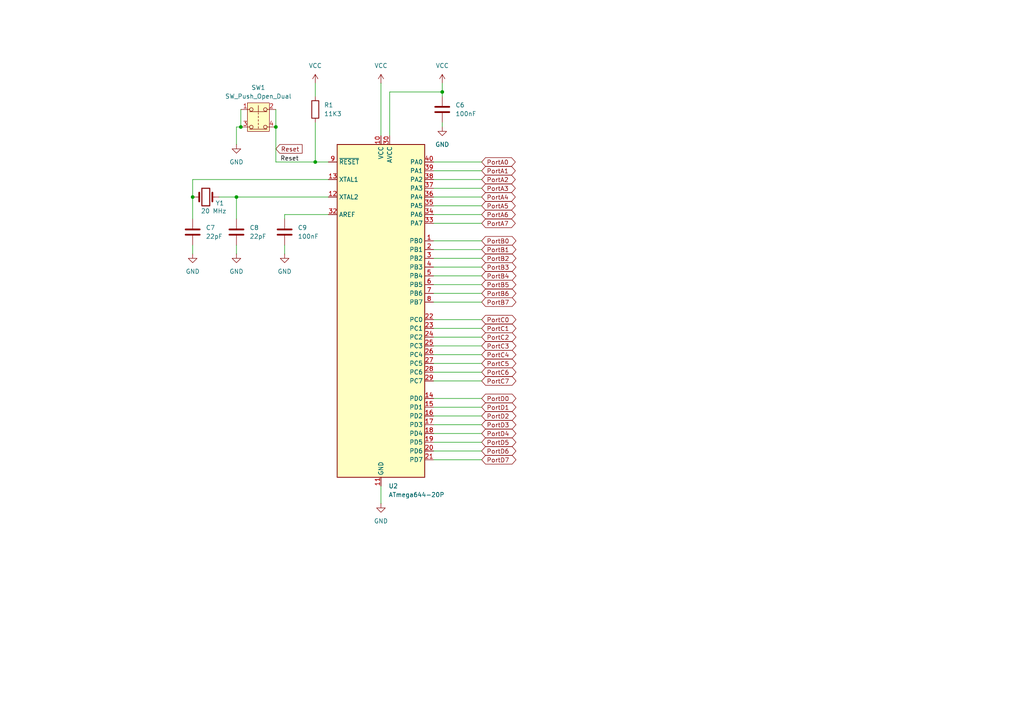
<source format=kicad_sch>
(kicad_sch (version 20231120) (generator "eeschema") (generator_version "8.0")
  (paper "A4")
  (lib_symbols
    (symbol "Device:C" (pin_numbers hide) (pin_names (offset 0.254))
      (property "Reference" "C" (at 0.635 2.54 0))
      (property "Value" "C" (at 0.635 -2.54 0))
      (symbol "C_0_1"
        (polyline (pts (xy -2.032 -0.762) (xy 2.032 -0.762)) (stroke (width 0.508)))
        (polyline (pts (xy -2.032 0.762) (xy 2.032 0.762)) (stroke (width 0.508)))
      )
      (symbol "C_1_1"
        (pin passive line (at 0 3.81 270) (length 2.794) (name "~") (number "1"))
        (pin passive line (at 0 -3.81 90) (length 2.794) (name "~") (number "2"))
      )
    )
    (symbol "Device:Crystal" (pin_numbers hide) (pin_names (offset 1.016) hide)
      (property "Reference" "Y" (at 0 3.81 0))
      (property "Value" "Crystal" (at 0 -3.81 0))
      (symbol "Crystal_0_1"
        (rectangle (start -1.143 2.54) (end 1.143 -2.54) (stroke (width 0.3048)))
        (polyline (pts (xy -2.54 0) (xy -1.905 0)))
        (polyline (pts (xy -1.905 -1.27) (xy -1.905 1.27)) (stroke (width 0.508)))
        (polyline (pts (xy 1.905 -1.27) (xy 1.905 1.27)) (stroke (width 0.508)))
        (polyline (pts (xy 2.54 0) (xy 1.905 0)))
      )
      (symbol "Crystal_1_1"
        (pin passive line (at -3.81 0 0) (length 1.27) (name "1") (number "1"))
        (pin passive line (at 3.81 0 180) (length 1.27) (name "2") (number "2"))
      )
    )
    (symbol "Device:R" (pin_numbers hide) (pin_names (offset 0))
      (property "Reference" "R" (at 2.032 0 90))
      (property "Value" "R" (at 0 0 90))
      (symbol "R_0_1"
        (rectangle (start -1.016 -2.54) (end 1.016 2.54) (stroke (width 0.254)))
      )
      (symbol "R_1_1"
        (pin passive line (at 0 3.81 270) (length 1.27) (name "~") (number "1"))
        (pin passive line (at 0 -3.81 90) (length 1.27) (name "~") (number "2"))
      )
    )
    (symbol "MCU_Microchip_ATmega:ATmega644-20P"
      (property "Reference" "U" (at -12.7 49.53 0))
      (property "Value" "ATmega644-20P" (at 2.54 -49.53 0))
      (symbol "ATmega644-20P_0_1"
        (rectangle (start -12.7 -48.26) (end 12.7 48.26) (stroke (width 0.254)) (fill (type background)))
      )
      (symbol "ATmega644-20P_1_1"
        (pin bidirectional line (at 15.24 20.32 180) (length 2.54) (name "PB0") (number "1"))
        (pin power_in line (at 0 50.8 270) (length 2.54) (name "VCC") (number "10"))
        (pin power_in line (at 0 -50.8 90) (length 2.54) (name "GND") (number "11"))
        (pin output line (at -15.24 33.02 0) (length 2.54) (name "XTAL2") (number "12"))
        (pin input line (at -15.24 38.1 0) (length 2.54) (name "XTAL1") (number "13"))
        (pin bidirectional line (at 15.24 -25.4 180) (length 2.54) (name "PD0") (number "14"))
        (pin bidirectional line (at 15.24 -27.94 180) (length 2.54) (name "PD1") (number "15"))
        (pin bidirectional line (at 15.24 -30.48 180) (length 2.54) (name "PD2") (number "16"))
        (pin bidirectional line (at 15.24 -33.02 180) (length 2.54) (name "PD3") (number "17"))
        (pin bidirectional line (at 15.24 -35.56 180) (length 2.54) (name "PD4") (number "18"))
        (pin bidirectional line (at 15.24 -38.1 180) (length 2.54) (name "PD5") (number "19"))
        (pin bidirectional line (at 15.24 17.78 180) (length 2.54) (name "PB1") (number "2"))
        (pin bidirectional line (at 15.24 -40.64 180) (length 2.54) (name "PD6") (number "20"))
        (pin bidirectional line (at 15.24 -43.18 180) (length 2.54) (name "PD7") (number "21"))
        (pin bidirectional line (at 15.24 -2.54 180) (length 2.54) (name "PC0") (number "22"))
        (pin bidirectional line (at 15.24 -5.08 180) (length 2.54) (name "PC1") (number "23"))
        (pin bidirectional line (at 15.24 -7.62 180) (length 2.54) (name "PC2") (number "24"))
        (pin bidirectional line (at 15.24 -10.16 180) (length 2.54) (name "PC3") (number "25"))
        (pin bidirectional line (at 15.24 -12.7 180) (length 2.54) (name "PC4") (number "26"))
        (pin bidirectional line (at 15.24 -15.24 180) (length 2.54) (name "PC5") (number "27"))
        (pin bidirectional line (at 15.24 -17.78 180) (length 2.54) (name "PC6") (number "28"))
        (pin bidirectional line (at 15.24 -20.32 180) (length 2.54) (name "PC7") (number "29"))
        (pin bidirectional line (at 15.24 15.24 180) (length 2.54) (name "PB2") (number "3"))
        (pin power_in line (at 2.54 50.8 270) (length 2.54) (name "AVCC") (number "30"))
        (pin passive line (at 0 -50.8 90) (length 2.54) hide (name "GND") (number "31"))
        (pin passive line (at -15.24 27.94 0) (length 2.54) (name "AREF") (number "32"))
        (pin bidirectional line (at 15.24 25.4 180) (length 2.54) (name "PA7") (number "33"))
        (pin bidirectional line (at 15.24 27.94 180) (length 2.54) (name "PA6") (number "34"))
        (pin bidirectional line (at 15.24 30.48 180) (length 2.54) (name "PA5") (number "35"))
        (pin bidirectional line (at 15.24 33.02 180) (length 2.54) (name "PA4") (number "36"))
        (pin bidirectional line (at 15.24 35.56 180) (length 2.54) (name "PA3") (number "37"))
        (pin bidirectional line (at 15.24 38.1 180) (length 2.54) (name "PA2") (number "38"))
        (pin bidirectional line (at 15.24 40.64 180) (length 2.54) (name "PA1") (number "39"))
        (pin bidirectional line (at 15.24 12.7 180) (length 2.54) (name "PB3") (number "4"))
        (pin bidirectional line (at 15.24 43.18 180) (length 2.54) (name "PA0") (number "40"))
        (pin bidirectional line (at 15.24 10.16 180) (length 2.54) (name "PB4") (number "5"))
        (pin bidirectional line (at 15.24 7.62 180) (length 2.54) (name "PB5") (number "6"))
        (pin bidirectional line (at 15.24 5.08 180) (length 2.54) (name "PB6") (number "7"))
        (pin bidirectional line (at 15.24 2.54 180) (length 2.54) (name "PB7") (number "8"))
        (pin input line (at -15.24 43.18 0) (length 2.54) (name "~{RESET}") (number "9"))
      )
    )
    (symbol "Switch:SW_Push_Open_Dual" (pin_names (offset 1.016) hide)
      (property "Reference" "SW" (at 0 3.81 0))
      (property "Value" "SW_Push_Open_Dual" (at 0 -7.62 0))
      (symbol "SW_Push_Open_Dual_0_1"
        (circle (center -2.032 -5.08) (radius 0.508))
        (circle (center -2.032 0) (radius 0.508))
        (polyline (pts (xy 0 -4.953) (xy 0 -5.461)))
        (polyline (pts (xy 0 -3.937) (xy 0 -4.445)))
        (polyline (pts (xy 0 -3.429) (xy 0 -2.921)))
        (polyline (pts (xy 0 -2.413) (xy 0 -1.905)))
        (polyline (pts (xy 0 -1.397) (xy 0 -0.889)))
        (polyline (pts (xy 0 -0.635) (xy 0 1.143)))
        (polyline (pts (xy 2.54 -5.715) (xy -2.54 -5.715)))
        (polyline (pts (xy 2.54 -0.635) (xy -2.54 -0.635)))
        (circle (center 2.032 -5.08) (radius 0.508))
        (circle (center 2.032 0) (radius 0.508))
        (pin passive line (at -5.08 0 0) (length 2.54) (name "1") (number "1"))
        (pin passive line (at 5.08 0 180) (length 2.54) (name "2") (number "2"))
        (pin passive line (at -5.08 -5.08 0) (length 2.54) (name "3") (number "3"))
        (pin passive line (at 5.08 -5.08 180) (length 2.54) (name "4") (number "4"))
      )
      (symbol "SW_Push_Open_Dual_1_1"
        (rectangle (start -3.175 1.905) (end 3.175 -6.35) (fill (type background)))
      )
    )
    (symbol "power:GND" (power) (pin_numbers hide) (pin_names (offset 0) hide)
      (property "Value" "GND" (at 0 -3.81 0))
      (symbol "GND_0_1"
        (polyline (pts (xy 0 0) (xy 0 -1.27) (xy 1.27 -1.27) (xy 0 -2.54) (xy -1.27 -1.27) (xy 0 -1.27)))
      )
      (symbol "GND_1_1"
        (pin power_in line (at 0 0 270) (length 0) (name "~") (number "1"))
      )
    )
    (symbol "power:VCC" (power) (pin_numbers hide) (pin_names (offset 0) hide)
      (property "Value" "VCC" (at 0 3.556 0))
      (symbol "VCC_0_1"
        (polyline (pts (xy -0.762 1.27) (xy 0 2.54)))
        (polyline (pts (xy 0 0) (xy 0 2.54)))
        (polyline (pts (xy 0 2.54) (xy 0.762 1.27)))
      )
      (symbol "VCC_1_1"
        (pin power_in line (at 0 0 90) (length 0) (name "~") (number "1"))
      )
    )
  )
  (junction (at 128.27 26.67))
  (junction (at 91.44 46.99))
  (junction (at 80.01 36.83))
  (junction (at 55.88 57.15))
  (junction (at 69.85 36.83))
  (junction (at 68.58 57.15))
  (wire (pts (xy 95.25 52.07) (xy 55.88 52.07)))
  (wire (pts (xy 125.73 100.33) (xy 139.7 100.33)))
  (wire (pts (xy 125.73 72.39) (xy 139.7 72.39)))
  (wire (pts (xy 125.73 59.69) (xy 139.7 59.69)))
  (wire (pts (xy 125.73 107.95) (xy 139.7 107.95)))
  (wire (pts (xy 55.88 71.12) (xy 55.88 73.66)))
  (wire (pts (xy 125.73 87.63) (xy 139.7 87.63)))
  (wire (pts (xy 125.73 95.25) (xy 139.7 95.25)))
  (wire (pts (xy 125.73 97.79) (xy 139.7 97.79)))
  (wire (pts (xy 125.73 64.77) (xy 139.7 64.77)))
  (wire (pts (xy 125.73 77.47) (xy 139.7 77.47)))
  (wire (pts (xy 91.44 46.99) (xy 80.01 46.99)))
  (wire (pts (xy 125.73 115.57) (xy 139.7 115.57)))
  (wire (pts (xy 125.73 125.73) (xy 139.7 125.73)))
  (wire (pts (xy 125.73 57.15) (xy 139.7 57.15)))
  (wire (pts (xy 125.73 118.11) (xy 139.7 118.11)))
  (wire (pts (xy 91.44 46.99) (xy 91.44 35.56)))
  (wire (pts (xy 82.55 71.12) (xy 82.55 73.66)))
  (wire (pts (xy 91.44 24.13) (xy 91.44 27.94)))
  (wire (pts (xy 125.73 80.01) (xy 139.7 80.01)))
  (wire (pts (xy 55.88 52.07) (xy 55.88 57.15)))
  (wire (pts (xy 110.49 24.13) (xy 110.49 39.37)))
  (wire (pts (xy 128.27 35.56) (xy 128.27 36.83)))
  (wire (pts (xy 128.27 24.13) (xy 128.27 26.67)))
  (wire (pts (xy 110.49 140.97) (xy 110.49 146.05)))
  (wire (pts (xy 125.73 128.27) (xy 139.7 128.27)))
  (wire (pts (xy 125.73 82.55) (xy 139.7 82.55)))
  (wire (pts (xy 82.55 62.23) (xy 82.55 63.5)))
  (wire (pts (xy 63.5 57.15) (xy 68.58 57.15)))
  (wire (pts (xy 68.58 36.83) (xy 69.85 36.83)))
  (wire (pts (xy 125.73 69.85) (xy 139.7 69.85)))
  (wire (pts (xy 125.73 92.71) (xy 139.7 92.71)))
  (wire (pts (xy 125.73 49.53) (xy 139.7 49.53)))
  (wire (pts (xy 68.58 41.91) (xy 68.58 36.83)))
  (wire (pts (xy 113.03 26.67) (xy 113.03 39.37)))
  (wire (pts (xy 125.73 52.07) (xy 139.7 52.07)))
  (wire (pts (xy 125.73 85.09) (xy 139.7 85.09)))
  (wire (pts (xy 125.73 133.35) (xy 139.7 133.35)))
  (wire (pts (xy 125.73 62.23) (xy 139.7 62.23)))
  (wire (pts (xy 125.73 74.93) (xy 139.7 74.93)))
  (wire (pts (xy 128.27 26.67) (xy 113.03 26.67)))
  (wire (pts (xy 125.73 105.41) (xy 139.7 105.41)))
  (wire (pts (xy 80.01 46.99) (xy 80.01 36.83)))
  (wire (pts (xy 69.85 31.75) (xy 69.85 36.83)))
  (wire (pts (xy 55.88 57.15) (xy 55.88 63.5)))
  (wire (pts (xy 125.73 102.87) (xy 139.7 102.87)))
  (wire (pts (xy 125.73 130.81) (xy 139.7 130.81)))
  (wire (pts (xy 68.58 57.15) (xy 95.25 57.15)))
  (wire (pts (xy 128.27 26.67) (xy 128.27 27.94)))
  (wire (pts (xy 125.73 123.19) (xy 139.7 123.19)))
  (wire (pts (xy 95.25 62.23) (xy 82.55 62.23)))
  (wire (pts (xy 68.58 71.12) (xy 68.58 73.66)))
  (wire (pts (xy 125.73 120.65) (xy 139.7 120.65)))
  (wire (pts (xy 125.73 110.49) (xy 139.7 110.49)))
  (wire (pts (xy 95.25 46.99) (xy 91.44 46.99)))
  (wire (pts (xy 125.73 54.61) (xy 139.7 54.61)))
  (wire (pts (xy 125.73 46.99) (xy 139.7 46.99)))
  (wire (pts (xy 80.01 31.75) (xy 80.01 36.83)))
  (wire (pts (xy 68.58 57.15) (xy 68.58 63.5)))
  (label "Reset" (at 81.28 46.99 0))
  (global_label "PortC6" (shape bidirectional) (at 139.7 107.95 0) (property "Intersheetrefs" "${INTERSHEET_REFS}" (effects (hide yes))))
  (global_label "Reset" (shape input) (at 80.01 43.18 0) (property "Intersheetrefs" "${INTERSHEET_REFS}" (effects (hide yes))))
  (global_label "PortB5" (shape bidirectional) (at 139.7 82.55 0) (property "Intersheetrefs" "${INTERSHEET_REFS}" (effects (hide yes))))
  (global_label "PortB1" (shape bidirectional) (at 139.7 72.39 0) (property "Intersheetrefs" "${INTERSHEET_REFS}" (effects (hide yes))))
  (global_label "PortA3" (shape bidirectional) (at 139.7 54.61 0) (property "Intersheetrefs" "${INTERSHEET_REFS}" (effects (hide yes))))
  (global_label "PortC7" (shape bidirectional) (at 139.7 110.49 0) (property "Intersheetrefs" "${INTERSHEET_REFS}" (effects (hide yes))))
  (global_label "PortC3" (shape bidirectional) (at 139.7 100.33 0) (property "Intersheetrefs" "${INTERSHEET_REFS}" (effects (hide yes))))
  (global_label "PortB0" (shape bidirectional) (at 139.7 69.85 0) (property "Intersheetrefs" "${INTERSHEET_REFS}" (effects (hide yes))))
  (global_label "PortD6" (shape bidirectional) (at 139.6875 130.81 0) (property "Intersheetrefs" "${INTERSHEET_REFS}" (effects (hide yes))))
  (global_label "PortB2" (shape bidirectional) (at 139.7 74.93 0) (property "Intersheetrefs" "${INTERSHEET_REFS}" (effects (hide yes))))
  (global_label "PortA1" (shape bidirectional) (at 139.7 49.53 0) (property "Intersheetrefs" "${INTERSHEET_REFS}" (effects (hide yes))))
  (global_label "PortD5" (shape bidirectional) (at 139.6875 128.27 0) (property "Intersheetrefs" "${INTERSHEET_REFS}" (effects (hide yes))))
  (global_label "PortA5" (shape bidirectional) (at 139.7 59.69 0) (property "Intersheetrefs" "${INTERSHEET_REFS}" (effects (hide yes))))
  (global_label "PortD4" (shape bidirectional) (at 139.7 125.73 0) (property "Intersheetrefs" "${INTERSHEET_REFS}" (effects (hide yes))))
  (global_label "PortA0" (shape bidirectional) (at 139.7 46.99 0) (property "Intersheetrefs" "${INTERSHEET_REFS}" (effects (hide yes))))
  (global_label "PortC0" (shape bidirectional) (at 139.7 92.71 0) (property "Intersheetrefs" "${INTERSHEET_REFS}" (effects (hide yes))))
  (global_label "PortA4" (shape bidirectional) (at 139.7 57.15 0) (property "Intersheetrefs" "${INTERSHEET_REFS}" (effects (hide yes))))
  (global_label "PortD2" (shape bidirectional) (at 139.7 120.65 0) (property "Intersheetrefs" "${INTERSHEET_REFS}" (effects (hide yes))))
  (global_label "PortC5" (shape bidirectional) (at 139.7 105.41 0) (property "Intersheetrefs" "${INTERSHEET_REFS}" (effects (hide yes))))
  (global_label "PortD0" (shape bidirectional) (at 139.7 115.57 0) (property "Intersheetrefs" "${INTERSHEET_REFS}" (effects (hide yes))))
  (global_label "PortA6" (shape bidirectional) (at 139.7 62.23 0) (property "Intersheetrefs" "${INTERSHEET_REFS}" (effects (hide yes))))
  (global_label "PortB6" (shape bidirectional) (at 139.7 85.09 0) (property "Intersheetrefs" "${INTERSHEET_REFS}" (effects (hide yes))))
  (global_label "PortB4" (shape bidirectional) (at 139.7 80.01 0) (property "Intersheetrefs" "${INTERSHEET_REFS}" (effects (hide yes))))
  (global_label "PortC4" (shape bidirectional) (at 139.7 102.87 0) (property "Intersheetrefs" "${INTERSHEET_REFS}" (effects (hide yes))))
  (global_label "PortD1" (shape bidirectional) (at 139.7 118.11 0) (property "Intersheetrefs" "${INTERSHEET_REFS}" (effects (hide yes))))
  (global_label "PortB3" (shape bidirectional) (at 139.7 77.47 0) (property "Intersheetrefs" "${INTERSHEET_REFS}" (effects (hide yes))))
  (global_label "PortC2" (shape bidirectional) (at 139.7 97.79 0) (property "Intersheetrefs" "${INTERSHEET_REFS}" (effects (hide yes))))
  (global_label "PortD7" (shape bidirectional) (at 139.7 133.35 0) (property "Intersheetrefs" "${INTERSHEET_REFS}" (effects (hide yes))))
  (global_label "PortD3" (shape bidirectional) (at 139.7 123.19 0) (property "Intersheetrefs" "${INTERSHEET_REFS}" (effects (hide yes))))
  (global_label "PortA2" (shape bidirectional) (at 139.7 52.07 0) (property "Intersheetrefs" "${INTERSHEET_REFS}" (effects (hide yes))))
  (global_label "PortA7" (shape bidirectional) (at 139.7 64.77 0) (property "Intersheetrefs" "${INTERSHEET_REFS}" (effects (hide yes))))
  (global_label "PortC1" (shape bidirectional) (at 139.7 95.25 0) (property "Intersheetrefs" "${INTERSHEET_REFS}" (effects (hide yes))))
  (global_label "PortB7" (shape bidirectional) (at 139.6992 87.63 0) (property "Intersheetrefs" "${INTERSHEET_REFS}" (effects (hide yes))))
  (symbol (lib_id "Device:Crystal") (at 59.69 57.15 0) (unit 1)
    (property "Reference" "Y1" (at 63.754 58.928 0))
    (property "Value" "20 MHz" (at 61.976 61.214 0))
    (property "Footprint" "Crystal:Crystal_HC49-4H_Vertical" (effects (hide yes)))
    (property "Description" "Two pin crystal" (effects (hide yes)))
  )
  (symbol (lib_id "power:GND") (at 82.55 73.66 0) (unit 1)
    (property "Reference" "#PWR019" (effects (hide yes)))
    (property "Value" "GND" (at 82.55 78.74 0))
    (property "Description" "Power symbol creates a global label with name \"GND\" , ground" (effects (hide yes)))
  )
  (symbol (lib_id "power:VCC") (at 110.49 24.13 0) (unit 1)
    (property "Reference" "#PWR012" (effects (hide yes)))
    (property "Value" "VCC" (at 110.49 19.05 0))
    (property "Description" "Power symbol creates a global label with name \"VCC\"" (effects (hide yes)))
  )
  (symbol (lib_id "Device:C") (at 82.55 67.31 0) (unit 1)
    (property "Reference" "C9" (at 86.36 66.0399 0) (effects (justify left)))
    (property "Value" "100nF" (at 86.36 68.5799 0) (effects (justify left)))
    (property "Footprint" "Capacitor_SMD:C_0805_2012Metric_Pad1.18x1.45mm_HandSolder" (effects (hide yes)))
    (property "Description" "Unpolarized capacitor" (effects (hide yes)))
  )
  (symbol (lib_id "power:GND") (at 68.58 73.66 0) (unit 1)
    (property "Reference" "#PWR018" (effects (hide yes)))
    (property "Value" "GND" (at 68.58 78.74 0))
    (property "Description" "Power symbol creates a global label with name \"GND\" , ground" (effects (hide yes)))
  )
  (symbol (lib_id "power:GND") (at 110.49 146.05 0) (unit 1)
    (property "Reference" "#PWR040" (effects (hide yes)))
    (property "Value" "GND" (at 110.49 151.13 0))
    (property "Description" "Power symbol creates a global label with name \"GND\" , ground" (effects (hide yes)))
  )
  (symbol (lib_id "power:GND") (at 128.27 36.83 0) (unit 1)
    (property "Reference" "#PWR013" (effects (hide yes)))
    (property "Value" "GND" (at 128.27 41.91 0))
    (property "Description" "Power symbol creates a global label with name \"GND\" , ground" (effects (hide yes)))
  )
  (symbol (lib_id "power:VCC") (at 91.44 24.13 0) (unit 1)
    (property "Reference" "#PWR015" (effects (hide yes)))
    (property "Value" "VCC" (at 91.44 19.05 0))
    (property "Description" "Power symbol creates a global label with name \"VCC\"" (effects (hide yes)))
  )
  (symbol (lib_id "Device:C") (at 68.58 67.31 0) (unit 1)
    (property "Reference" "C8" (at 72.39 66.0399 0) (effects (justify left)))
    (property "Value" "22pF" (at 72.39 68.5799 0) (effects (justify left)))
    (property "Footprint" "Capacitor_SMD:C_0805_2012Metric_Pad1.18x1.45mm_HandSolder" (effects (hide yes)))
    (property "Description" "Unpolarized capacitor" (effects (hide yes)))
  )
  (symbol (lib_id "power:VCC") (at 128.27 24.13 0) (unit 1)
    (property "Reference" "#PWR014" (effects (hide yes)))
    (property "Value" "VCC" (at 128.27 19.05 0))
    (property "Description" "Power symbol creates a global label with name \"VCC\"" (effects (hide yes)))
  )
  (symbol (lib_id "power:GND") (at 68.58 41.91 0) (unit 1)
    (property "Reference" "#PWR016" (effects (hide yes)))
    (property "Value" "GND" (at 68.58 46.99 0))
    (property "Description" "Power symbol creates a global label with name \"GND\" , ground" (effects (hide yes)))
  )
  (symbol (lib_id "Device:C") (at 128.27 31.75 0) (unit 1)
    (property "Reference" "C6" (at 132.08 30.4799 0) (effects (justify left)))
    (property "Value" "100nF" (at 132.08 33.0199 0) (effects (justify left)))
    (property "Footprint" "Capacitor_SMD:C_0805_2012Metric_Pad1.18x1.45mm_HandSolder" (effects (hide yes)))
    (property "Description" "Unpolarized capacitor" (effects (hide yes)))
  )
  (symbol (lib_id "power:GND") (at 55.88 73.66 0) (unit 1)
    (property "Reference" "#PWR017" (effects (hide yes)))
    (property "Value" "GND" (at 55.88 78.74 0))
    (property "Description" "Power symbol creates a global label with name \"GND\" , ground" (effects (hide yes)))
  )
  (symbol (lib_id "Device:C") (at 55.88 67.31 0) (unit 1)
    (property "Reference" "C7" (at 59.69 66.0399 0) (effects (justify left)))
    (property "Value" "22pF" (at 59.69 68.5799 0) (effects (justify left)))
    (property "Footprint" "Capacitor_SMD:C_0805_2012Metric_Pad1.18x1.45mm_HandSolder" (effects (hide yes)))
    (property "Description" "Unpolarized capacitor" (effects (hide yes)))
  )
  (symbol (lib_id "MCU_Microchip_ATmega:ATmega644-20P") (at 110.49 90.17 0) (unit 1)
    (property "Reference" "U2" (at 112.6841 140.97 0) (effects (justify left)))
    (property "Value" "ATmega644-20P" (at 112.6841 143.51 0) (effects (justify left)))
    (property "Footprint" "Package_DIP:DIP-40_W15.24mm" (effects (hide yes)))
    (property "Datasheet" "http://ww1.microchip.com/downloads/en/DeviceDoc/doc2593.pdf" (effects (hide yes)))
    (property "Description" "20MHz, 64kB Flash, 4kB SRAM, 2kB EEPROM, JTAG, DIP-40" (effects (hide yes)))
  )
  (symbol (lib_id "Device:R") (at 91.44 31.75 0) (unit 1)
    (property "Reference" "R1" (at 93.98 30.4799 0) (effects (justify left)))
    (property "Value" "11K3" (at 93.98 33.0199 0) (effects (justify left)))
    (property "Footprint" "Capacitor_SMD:C_0805_2012Metric_Pad1.18x1.45mm_HandSolder" (effects (hide yes)))
    (property "Description" "Resistor" (effects (hide yes)))
  )
  (symbol (lib_id "Switch:SW_Push_Open_Dual") (at 74.93 31.75 0) (unit 1)
    (property "Reference" "SW1" (at 74.93 25.4 0))
    (property "Value" "SW_Push_Open_Dual" (at 74.93 27.94 0))
    (property "Footprint" "Button_Switch_THT:SW_PUSH_6mm" (effects (hide yes)))
    (property "Description" "Push button switch, normally closed, generic, four pins" (effects (hide yes)))
  )
)
</source>
